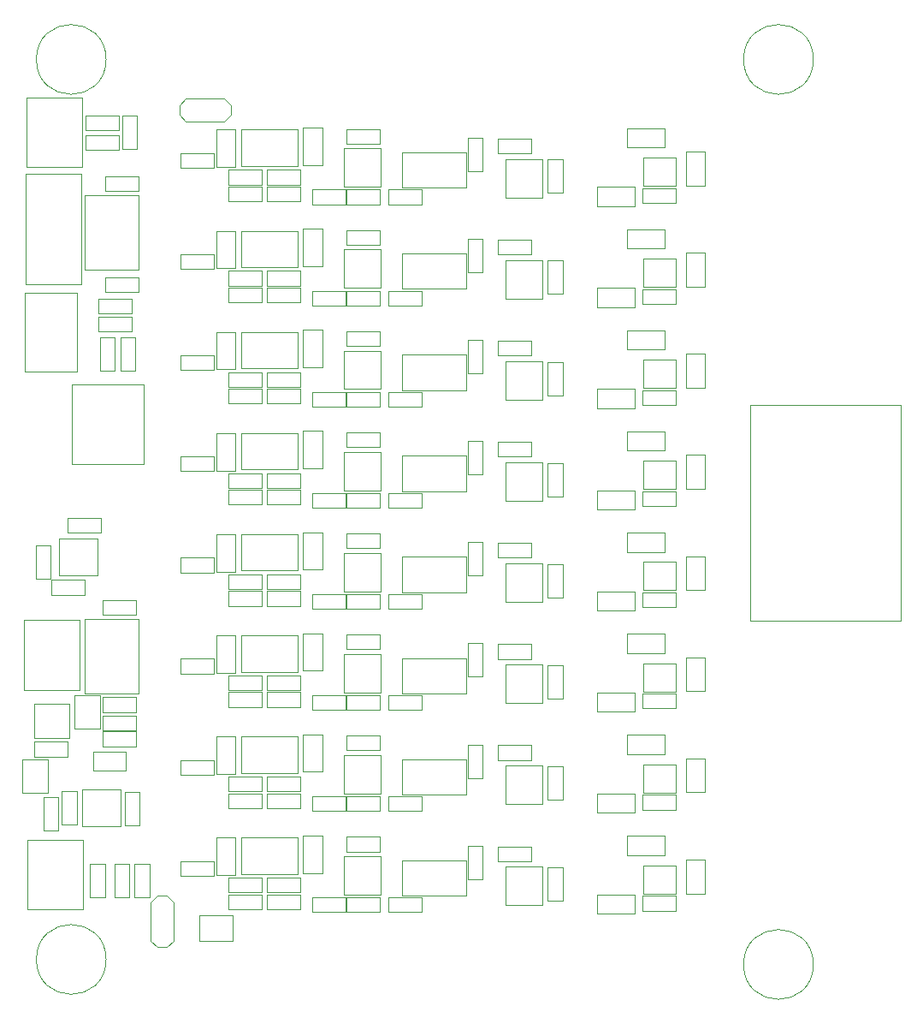
<source format=gbr>
G04 #@! TF.GenerationSoftware,KiCad,Pcbnew,(5.1.5-0)*
G04 #@! TF.CreationDate,2021-01-17T10:32:34-07:00*
G04 #@! TF.ProjectId,8ch_v5_nosma,3863685f-7635-45f6-9e6f-736d612e6b69,rev?*
G04 #@! TF.SameCoordinates,Original*
G04 #@! TF.FileFunction,Other,User*
%FSLAX46Y46*%
G04 Gerber Fmt 4.6, Leading zero omitted, Abs format (unit mm)*
G04 Created by KiCad (PCBNEW (5.1.5-0)) date 2021-01-17 10:32:34*
%MOMM*%
%LPD*%
G04 APERTURE LIST*
%ADD10C,0.050000*%
G04 APERTURE END LIST*
D10*
X160950000Y-127150000D02*
X157650000Y-127150000D01*
X160950000Y-127150000D02*
X160950000Y-124650000D01*
X157650000Y-124650000D02*
X157650000Y-127150000D01*
X157650000Y-124650000D02*
X160950000Y-124650000D01*
X140150000Y-112550000D02*
X140150000Y-109250000D01*
X140150000Y-112550000D02*
X142650000Y-112550000D01*
X142650000Y-109250000D02*
X140150000Y-109250000D01*
X142650000Y-109250000D02*
X142650000Y-112550000D01*
X145350000Y-106150000D02*
X145350000Y-102850000D01*
X145350000Y-106150000D02*
X147850000Y-106150000D01*
X147850000Y-102850000D02*
X145350000Y-102850000D01*
X147850000Y-102850000D02*
X147850000Y-106150000D01*
X151700000Y-102700000D02*
X151700000Y-95300000D01*
X146300000Y-102700000D02*
X151700000Y-102700000D01*
X146300000Y-95300000D02*
X146300000Y-102700000D01*
X151700000Y-95300000D02*
X146300000Y-95300000D01*
X145800000Y-102350000D02*
X145800000Y-95450000D01*
X140300000Y-102350000D02*
X145800000Y-102350000D01*
X140300000Y-95450000D02*
X140300000Y-102350000D01*
X145800000Y-95450000D02*
X140300000Y-95450000D01*
X150400000Y-110350000D02*
X150400000Y-108450000D01*
X150400000Y-108450000D02*
X147200000Y-108450000D01*
X147200000Y-110350000D02*
X147200000Y-108450000D01*
X150400000Y-110350000D02*
X147200000Y-110350000D01*
X140400000Y-63100000D02*
X140400000Y-70900000D01*
X145600000Y-63100000D02*
X140400000Y-63100000D01*
X145600000Y-70900000D02*
X145600000Y-63100000D01*
X140400000Y-70900000D02*
X145600000Y-70900000D01*
X153500000Y-122700000D02*
X152850000Y-123350000D01*
X154500000Y-122700000D02*
X153500000Y-122700000D01*
X155150000Y-123350000D02*
X154500000Y-122700000D01*
X155150000Y-127150000D02*
X155150000Y-123350000D01*
X154500000Y-127800000D02*
X155150000Y-127150000D01*
X153500000Y-127800000D02*
X154500000Y-127800000D01*
X152850000Y-127150000D02*
X153500000Y-127800000D01*
X152850000Y-123350000D02*
X152850000Y-127150000D01*
X155700000Y-45500000D02*
X156350000Y-46150000D01*
X155700000Y-44500000D02*
X155700000Y-45500000D01*
X156350000Y-43850000D02*
X155700000Y-44500000D01*
X160150000Y-43850000D02*
X156350000Y-43850000D01*
X160800000Y-44500000D02*
X160150000Y-43850000D01*
X160800000Y-45500000D02*
X160800000Y-44500000D01*
X160150000Y-46150000D02*
X160800000Y-45500000D01*
X156350000Y-46150000D02*
X160150000Y-46150000D01*
X227100000Y-74200000D02*
X212200000Y-74200000D01*
X227100000Y-95550000D02*
X227100000Y-74200000D01*
X212200000Y-95550000D02*
X227100000Y-95550000D01*
X212200000Y-74200000D02*
X212200000Y-95550000D01*
X218450000Y-129500000D02*
G75*
G03X218450000Y-129500000I-3450000J0D01*
G01*
X144650000Y-108930000D02*
X141350000Y-108930000D01*
X144650000Y-107470000D02*
X144650000Y-108930000D01*
X141350000Y-107470000D02*
X144650000Y-107470000D01*
X141350000Y-108930000D02*
X141350000Y-107470000D01*
X144800000Y-107100000D02*
X141300000Y-107100000D01*
X144800000Y-103700000D02*
X144800000Y-107100000D01*
X141300000Y-103700000D02*
X144800000Y-103700000D01*
X141300000Y-107100000D02*
X141300000Y-103700000D01*
X151450000Y-106330000D02*
X148150000Y-106330000D01*
X151450000Y-104870000D02*
X151450000Y-106330000D01*
X148150000Y-104870000D02*
X151450000Y-104870000D01*
X148150000Y-106330000D02*
X148150000Y-104870000D01*
X151450000Y-107930000D02*
X148150000Y-107930000D01*
X151450000Y-106470000D02*
X151450000Y-107930000D01*
X148150000Y-106470000D02*
X151450000Y-106470000D01*
X148150000Y-107930000D02*
X148150000Y-106470000D01*
X148150000Y-103070000D02*
X151450000Y-103070000D01*
X148150000Y-104530000D02*
X148150000Y-103070000D01*
X151450000Y-104530000D02*
X148150000Y-104530000D01*
X151450000Y-103070000D02*
X151450000Y-104530000D01*
X148150000Y-93470000D02*
X151450000Y-93470000D01*
X148150000Y-94930000D02*
X148150000Y-93470000D01*
X151450000Y-94930000D02*
X148150000Y-94930000D01*
X151450000Y-93470000D02*
X151450000Y-94930000D01*
X184080000Y-119200000D02*
X177720000Y-119200000D01*
X184080000Y-122700000D02*
X184080000Y-119200000D01*
X177720000Y-122700000D02*
X184080000Y-122700000D01*
X177720000Y-119200000D02*
X177720000Y-122700000D01*
X184080000Y-109200000D02*
X177720000Y-109200000D01*
X184080000Y-112700000D02*
X184080000Y-109200000D01*
X177720000Y-112700000D02*
X184080000Y-112700000D01*
X177720000Y-109200000D02*
X177720000Y-112700000D01*
X184080000Y-99200000D02*
X177720000Y-99200000D01*
X184080000Y-102700000D02*
X184080000Y-99200000D01*
X177720000Y-102700000D02*
X184080000Y-102700000D01*
X177720000Y-99200000D02*
X177720000Y-102700000D01*
X184080000Y-89200000D02*
X177720000Y-89200000D01*
X184080000Y-92700000D02*
X184080000Y-89200000D01*
X177720000Y-92700000D02*
X184080000Y-92700000D01*
X177720000Y-89200000D02*
X177720000Y-92700000D01*
X184080000Y-79200000D02*
X177720000Y-79200000D01*
X184080000Y-82700000D02*
X184080000Y-79200000D01*
X177720000Y-82700000D02*
X184080000Y-82700000D01*
X177720000Y-79200000D02*
X177720000Y-82700000D01*
X184080000Y-69200000D02*
X177720000Y-69200000D01*
X184080000Y-72700000D02*
X184080000Y-69200000D01*
X177720000Y-72700000D02*
X184080000Y-72700000D01*
X177720000Y-69200000D02*
X177720000Y-72700000D01*
X184080000Y-59200000D02*
X177720000Y-59200000D01*
X184080000Y-62700000D02*
X184080000Y-59200000D01*
X177720000Y-62700000D02*
X184080000Y-62700000D01*
X177720000Y-59200000D02*
X177720000Y-62700000D01*
X184080000Y-49200000D02*
X177720000Y-49200000D01*
X184080000Y-52700000D02*
X184080000Y-49200000D01*
X177720000Y-52700000D02*
X184080000Y-52700000D01*
X177720000Y-49200000D02*
X177720000Y-52700000D01*
X148330000Y-119550000D02*
X148330000Y-122850000D01*
X146870000Y-119550000D02*
X148330000Y-119550000D01*
X146870000Y-122850000D02*
X146870000Y-119550000D01*
X148330000Y-122850000D02*
X146870000Y-122850000D01*
X146050000Y-115820000D02*
X146050000Y-112220000D01*
X149850000Y-115820000D02*
X146050000Y-115820000D01*
X149850000Y-112220000D02*
X149850000Y-115820000D01*
X146050000Y-112220000D02*
X149850000Y-112220000D01*
X142270000Y-116250000D02*
X142270000Y-112950000D01*
X143730000Y-116250000D02*
X142270000Y-116250000D01*
X143730000Y-112950000D02*
X143730000Y-116250000D01*
X142270000Y-112950000D02*
X143730000Y-112950000D01*
X168850000Y-122870000D02*
X172150000Y-122870000D01*
X168850000Y-124330000D02*
X168850000Y-122870000D01*
X172150000Y-124330000D02*
X168850000Y-124330000D01*
X172150000Y-122870000D02*
X172150000Y-124330000D01*
X155850000Y-119270000D02*
X159150000Y-119270000D01*
X155850000Y-120730000D02*
X155850000Y-119270000D01*
X159150000Y-120730000D02*
X155850000Y-120730000D01*
X159150000Y-119270000D02*
X159150000Y-120730000D01*
X168850000Y-112870000D02*
X172150000Y-112870000D01*
X168850000Y-114330000D02*
X168850000Y-112870000D01*
X172150000Y-114330000D02*
X168850000Y-114330000D01*
X172150000Y-112870000D02*
X172150000Y-114330000D01*
X155850000Y-109270000D02*
X159150000Y-109270000D01*
X155850000Y-110730000D02*
X155850000Y-109270000D01*
X159150000Y-110730000D02*
X155850000Y-110730000D01*
X159150000Y-109270000D02*
X159150000Y-110730000D01*
X168850000Y-102870000D02*
X172150000Y-102870000D01*
X168850000Y-104330000D02*
X168850000Y-102870000D01*
X172150000Y-104330000D02*
X168850000Y-104330000D01*
X172150000Y-102870000D02*
X172150000Y-104330000D01*
X155850000Y-99270000D02*
X159150000Y-99270000D01*
X155850000Y-100730000D02*
X155850000Y-99270000D01*
X159150000Y-100730000D02*
X155850000Y-100730000D01*
X159150000Y-99270000D02*
X159150000Y-100730000D01*
X168850000Y-92870000D02*
X172150000Y-92870000D01*
X168850000Y-94330000D02*
X168850000Y-92870000D01*
X172150000Y-94330000D02*
X168850000Y-94330000D01*
X172150000Y-92870000D02*
X172150000Y-94330000D01*
X155850000Y-89270000D02*
X159150000Y-89270000D01*
X155850000Y-90730000D02*
X155850000Y-89270000D01*
X159150000Y-90730000D02*
X155850000Y-90730000D01*
X159150000Y-89270000D02*
X159150000Y-90730000D01*
X168850000Y-82870000D02*
X172150000Y-82870000D01*
X168850000Y-84330000D02*
X168850000Y-82870000D01*
X172150000Y-84330000D02*
X168850000Y-84330000D01*
X172150000Y-82870000D02*
X172150000Y-84330000D01*
X155850000Y-79270000D02*
X159150000Y-79270000D01*
X155850000Y-80730000D02*
X155850000Y-79270000D01*
X159150000Y-80730000D02*
X155850000Y-80730000D01*
X159150000Y-79270000D02*
X159150000Y-80730000D01*
X168850000Y-72870000D02*
X172150000Y-72870000D01*
X168850000Y-74330000D02*
X168850000Y-72870000D01*
X172150000Y-74330000D02*
X168850000Y-74330000D01*
X172150000Y-72870000D02*
X172150000Y-74330000D01*
X155850000Y-69270000D02*
X159150000Y-69270000D01*
X155850000Y-70730000D02*
X155850000Y-69270000D01*
X159150000Y-70730000D02*
X155850000Y-70730000D01*
X159150000Y-69270000D02*
X159150000Y-70730000D01*
X168850000Y-62870000D02*
X172150000Y-62870000D01*
X168850000Y-64330000D02*
X168850000Y-62870000D01*
X172150000Y-64330000D02*
X168850000Y-64330000D01*
X172150000Y-62870000D02*
X172150000Y-64330000D01*
X155850000Y-59270000D02*
X159150000Y-59270000D01*
X155850000Y-60730000D02*
X155850000Y-59270000D01*
X159150000Y-60730000D02*
X155850000Y-60730000D01*
X159150000Y-59270000D02*
X159150000Y-60730000D01*
X168850000Y-52870000D02*
X172150000Y-52870000D01*
X168850000Y-54330000D02*
X168850000Y-52870000D01*
X172150000Y-54330000D02*
X168850000Y-54330000D01*
X172150000Y-52870000D02*
X172150000Y-54330000D01*
X155850000Y-49270000D02*
X159150000Y-49270000D01*
X155850000Y-50730000D02*
X155850000Y-49270000D01*
X159150000Y-50730000D02*
X155850000Y-50730000D01*
X159150000Y-49270000D02*
X159150000Y-50730000D01*
X150270000Y-115750000D02*
X150270000Y-112450000D01*
X151730000Y-115750000D02*
X150270000Y-115750000D01*
X151730000Y-112450000D02*
X151730000Y-115750000D01*
X150270000Y-112450000D02*
X151730000Y-112450000D01*
X144070000Y-115650000D02*
X144070000Y-112350000D01*
X145530000Y-115650000D02*
X144070000Y-115650000D01*
X145530000Y-112350000D02*
X145530000Y-115650000D01*
X144070000Y-112350000D02*
X145530000Y-112350000D01*
X167400000Y-116950000D02*
X161800000Y-116950000D01*
X167400000Y-120550000D02*
X161800000Y-120550000D01*
X161800000Y-120550000D02*
X161800000Y-116950000D01*
X167400000Y-120550000D02*
X167400000Y-116950000D01*
X175600000Y-122600000D02*
X172000000Y-122600000D01*
X175600000Y-118800000D02*
X175600000Y-122600000D01*
X172000000Y-118800000D02*
X175600000Y-118800000D01*
X172000000Y-122600000D02*
X172000000Y-118800000D01*
X167400000Y-106950000D02*
X161800000Y-106950000D01*
X167400000Y-110550000D02*
X161800000Y-110550000D01*
X161800000Y-110550000D02*
X161800000Y-106950000D01*
X167400000Y-110550000D02*
X167400000Y-106950000D01*
X175600000Y-112600000D02*
X172000000Y-112600000D01*
X175600000Y-108800000D02*
X175600000Y-112600000D01*
X172000000Y-108800000D02*
X175600000Y-108800000D01*
X172000000Y-112600000D02*
X172000000Y-108800000D01*
X167400000Y-96950000D02*
X161800000Y-96950000D01*
X167400000Y-100550000D02*
X161800000Y-100550000D01*
X161800000Y-100550000D02*
X161800000Y-96950000D01*
X167400000Y-100550000D02*
X167400000Y-96950000D01*
X175600000Y-102600000D02*
X172000000Y-102600000D01*
X175600000Y-98800000D02*
X175600000Y-102600000D01*
X172000000Y-98800000D02*
X175600000Y-98800000D01*
X172000000Y-102600000D02*
X172000000Y-98800000D01*
X167400000Y-86950000D02*
X161800000Y-86950000D01*
X167400000Y-90550000D02*
X161800000Y-90550000D01*
X161800000Y-90550000D02*
X161800000Y-86950000D01*
X167400000Y-90550000D02*
X167400000Y-86950000D01*
X175600000Y-92600000D02*
X172000000Y-92600000D01*
X175600000Y-88800000D02*
X175600000Y-92600000D01*
X172000000Y-88800000D02*
X175600000Y-88800000D01*
X172000000Y-92600000D02*
X172000000Y-88800000D01*
X167400000Y-76950000D02*
X161800000Y-76950000D01*
X167400000Y-80550000D02*
X161800000Y-80550000D01*
X161800000Y-80550000D02*
X161800000Y-76950000D01*
X167400000Y-80550000D02*
X167400000Y-76950000D01*
X175600000Y-82600000D02*
X172000000Y-82600000D01*
X175600000Y-78800000D02*
X175600000Y-82600000D01*
X172000000Y-78800000D02*
X175600000Y-78800000D01*
X172000000Y-82600000D02*
X172000000Y-78800000D01*
X167400000Y-66950000D02*
X161800000Y-66950000D01*
X167400000Y-70550000D02*
X161800000Y-70550000D01*
X161800000Y-70550000D02*
X161800000Y-66950000D01*
X167400000Y-70550000D02*
X167400000Y-66950000D01*
X175600000Y-72600000D02*
X172000000Y-72600000D01*
X175600000Y-68800000D02*
X175600000Y-72600000D01*
X172000000Y-68800000D02*
X175600000Y-68800000D01*
X172000000Y-72600000D02*
X172000000Y-68800000D01*
X167400000Y-56950000D02*
X161800000Y-56950000D01*
X167400000Y-60550000D02*
X161800000Y-60550000D01*
X161800000Y-60550000D02*
X161800000Y-56950000D01*
X167400000Y-60550000D02*
X167400000Y-56950000D01*
X175600000Y-62600000D02*
X172000000Y-62600000D01*
X175600000Y-58800000D02*
X175600000Y-62600000D01*
X172000000Y-58800000D02*
X175600000Y-58800000D01*
X172000000Y-62600000D02*
X172000000Y-58800000D01*
X167400000Y-46950000D02*
X161800000Y-46950000D01*
X167400000Y-50550000D02*
X161800000Y-50550000D01*
X161800000Y-50550000D02*
X161800000Y-46950000D01*
X167400000Y-50550000D02*
X167400000Y-46950000D01*
X175600000Y-52600000D02*
X172000000Y-52600000D01*
X175600000Y-48800000D02*
X175600000Y-52600000D01*
X172000000Y-48800000D02*
X175600000Y-48800000D01*
X172000000Y-52600000D02*
X172000000Y-48800000D01*
X167650000Y-124030000D02*
X164350000Y-124030000D01*
X167650000Y-122570000D02*
X167650000Y-124030000D01*
X164350000Y-122570000D02*
X167650000Y-122570000D01*
X164350000Y-124030000D02*
X164350000Y-122570000D01*
X163850000Y-124030000D02*
X160550000Y-124030000D01*
X163850000Y-122570000D02*
X163850000Y-124030000D01*
X160550000Y-122570000D02*
X163850000Y-122570000D01*
X160550000Y-124030000D02*
X160550000Y-122570000D01*
X167650000Y-114030000D02*
X164350000Y-114030000D01*
X167650000Y-112570000D02*
X167650000Y-114030000D01*
X164350000Y-112570000D02*
X167650000Y-112570000D01*
X164350000Y-114030000D02*
X164350000Y-112570000D01*
X163850000Y-114030000D02*
X160550000Y-114030000D01*
X163850000Y-112570000D02*
X163850000Y-114030000D01*
X160550000Y-112570000D02*
X163850000Y-112570000D01*
X160550000Y-114030000D02*
X160550000Y-112570000D01*
X167650000Y-104030000D02*
X164350000Y-104030000D01*
X167650000Y-102570000D02*
X167650000Y-104030000D01*
X164350000Y-102570000D02*
X167650000Y-102570000D01*
X164350000Y-104030000D02*
X164350000Y-102570000D01*
X163850000Y-104030000D02*
X160550000Y-104030000D01*
X163850000Y-102570000D02*
X163850000Y-104030000D01*
X160550000Y-102570000D02*
X163850000Y-102570000D01*
X160550000Y-104030000D02*
X160550000Y-102570000D01*
X167650000Y-94030000D02*
X164350000Y-94030000D01*
X167650000Y-92570000D02*
X167650000Y-94030000D01*
X164350000Y-92570000D02*
X167650000Y-92570000D01*
X164350000Y-94030000D02*
X164350000Y-92570000D01*
X163850000Y-94030000D02*
X160550000Y-94030000D01*
X163850000Y-92570000D02*
X163850000Y-94030000D01*
X160550000Y-92570000D02*
X163850000Y-92570000D01*
X160550000Y-94030000D02*
X160550000Y-92570000D01*
X167650000Y-84030000D02*
X164350000Y-84030000D01*
X167650000Y-82570000D02*
X167650000Y-84030000D01*
X164350000Y-82570000D02*
X167650000Y-82570000D01*
X164350000Y-84030000D02*
X164350000Y-82570000D01*
X163850000Y-84030000D02*
X160550000Y-84030000D01*
X163850000Y-82570000D02*
X163850000Y-84030000D01*
X160550000Y-82570000D02*
X163850000Y-82570000D01*
X160550000Y-84030000D02*
X160550000Y-82570000D01*
X167650000Y-74030000D02*
X164350000Y-74030000D01*
X167650000Y-72570000D02*
X167650000Y-74030000D01*
X164350000Y-72570000D02*
X167650000Y-72570000D01*
X164350000Y-74030000D02*
X164350000Y-72570000D01*
X163850000Y-74030000D02*
X160550000Y-74030000D01*
X163850000Y-72570000D02*
X163850000Y-74030000D01*
X160550000Y-72570000D02*
X163850000Y-72570000D01*
X160550000Y-74030000D02*
X160550000Y-72570000D01*
X167650000Y-64030000D02*
X164350000Y-64030000D01*
X167650000Y-62570000D02*
X167650000Y-64030000D01*
X164350000Y-62570000D02*
X167650000Y-62570000D01*
X164350000Y-64030000D02*
X164350000Y-62570000D01*
X163850000Y-64030000D02*
X160550000Y-64030000D01*
X163850000Y-62570000D02*
X163850000Y-64030000D01*
X160550000Y-62570000D02*
X163850000Y-62570000D01*
X160550000Y-64030000D02*
X160550000Y-62570000D01*
X167650000Y-54030000D02*
X164350000Y-54030000D01*
X167650000Y-52570000D02*
X167650000Y-54030000D01*
X164350000Y-52570000D02*
X167650000Y-52570000D01*
X164350000Y-54030000D02*
X164350000Y-52570000D01*
X163850000Y-54030000D02*
X160550000Y-54030000D01*
X163850000Y-52570000D02*
X163850000Y-54030000D01*
X160550000Y-52570000D02*
X163850000Y-52570000D01*
X160550000Y-54030000D02*
X160550000Y-52570000D01*
X169850000Y-116750000D02*
X169850000Y-120450000D01*
X167950000Y-116750000D02*
X169850000Y-116750000D01*
X167950000Y-120450000D02*
X167950000Y-116750000D01*
X169850000Y-120450000D02*
X167950000Y-120450000D01*
X167650000Y-122380000D02*
X164350000Y-122380000D01*
X167650000Y-120920000D02*
X167650000Y-122380000D01*
X164350000Y-120920000D02*
X167650000Y-120920000D01*
X164350000Y-122380000D02*
X164350000Y-120920000D01*
X175550000Y-118330000D02*
X172250000Y-118330000D01*
X175550000Y-116870000D02*
X175550000Y-118330000D01*
X172250000Y-116870000D02*
X175550000Y-116870000D01*
X172250000Y-118330000D02*
X172250000Y-116870000D01*
X163850000Y-122380000D02*
X160550000Y-122380000D01*
X163850000Y-120920000D02*
X163850000Y-122380000D01*
X160550000Y-120920000D02*
X163850000Y-120920000D01*
X160550000Y-122380000D02*
X160550000Y-120920000D01*
X175550000Y-124330000D02*
X172250000Y-124330000D01*
X175550000Y-122870000D02*
X175550000Y-124330000D01*
X172250000Y-122870000D02*
X175550000Y-122870000D01*
X172250000Y-124330000D02*
X172250000Y-122870000D01*
X161250000Y-116950000D02*
X161250000Y-120650000D01*
X159350000Y-116950000D02*
X161250000Y-116950000D01*
X159350000Y-120650000D02*
X159350000Y-116950000D01*
X161250000Y-120650000D02*
X159350000Y-120650000D01*
X169850000Y-106750000D02*
X169850000Y-110450000D01*
X167950000Y-106750000D02*
X169850000Y-106750000D01*
X167950000Y-110450000D02*
X167950000Y-106750000D01*
X169850000Y-110450000D02*
X167950000Y-110450000D01*
X167650000Y-112380000D02*
X164350000Y-112380000D01*
X167650000Y-110920000D02*
X167650000Y-112380000D01*
X164350000Y-110920000D02*
X167650000Y-110920000D01*
X164350000Y-112380000D02*
X164350000Y-110920000D01*
X175550000Y-108330000D02*
X172250000Y-108330000D01*
X175550000Y-106870000D02*
X175550000Y-108330000D01*
X172250000Y-106870000D02*
X175550000Y-106870000D01*
X172250000Y-108330000D02*
X172250000Y-106870000D01*
X163850000Y-112380000D02*
X160550000Y-112380000D01*
X163850000Y-110920000D02*
X163850000Y-112380000D01*
X160550000Y-110920000D02*
X163850000Y-110920000D01*
X160550000Y-112380000D02*
X160550000Y-110920000D01*
X175550000Y-114330000D02*
X172250000Y-114330000D01*
X175550000Y-112870000D02*
X175550000Y-114330000D01*
X172250000Y-112870000D02*
X175550000Y-112870000D01*
X172250000Y-114330000D02*
X172250000Y-112870000D01*
X161250000Y-106950000D02*
X161250000Y-110650000D01*
X159350000Y-106950000D02*
X161250000Y-106950000D01*
X159350000Y-110650000D02*
X159350000Y-106950000D01*
X161250000Y-110650000D02*
X159350000Y-110650000D01*
X169850000Y-96750000D02*
X169850000Y-100450000D01*
X167950000Y-96750000D02*
X169850000Y-96750000D01*
X167950000Y-100450000D02*
X167950000Y-96750000D01*
X169850000Y-100450000D02*
X167950000Y-100450000D01*
X167650000Y-102380000D02*
X164350000Y-102380000D01*
X167650000Y-100920000D02*
X167650000Y-102380000D01*
X164350000Y-100920000D02*
X167650000Y-100920000D01*
X164350000Y-102380000D02*
X164350000Y-100920000D01*
X175550000Y-98330000D02*
X172250000Y-98330000D01*
X175550000Y-96870000D02*
X175550000Y-98330000D01*
X172250000Y-96870000D02*
X175550000Y-96870000D01*
X172250000Y-98330000D02*
X172250000Y-96870000D01*
X163850000Y-102380000D02*
X160550000Y-102380000D01*
X163850000Y-100920000D02*
X163850000Y-102380000D01*
X160550000Y-100920000D02*
X163850000Y-100920000D01*
X160550000Y-102380000D02*
X160550000Y-100920000D01*
X175550000Y-104330000D02*
X172250000Y-104330000D01*
X175550000Y-102870000D02*
X175550000Y-104330000D01*
X172250000Y-102870000D02*
X175550000Y-102870000D01*
X172250000Y-104330000D02*
X172250000Y-102870000D01*
X161250000Y-96950000D02*
X161250000Y-100650000D01*
X159350000Y-96950000D02*
X161250000Y-96950000D01*
X159350000Y-100650000D02*
X159350000Y-96950000D01*
X161250000Y-100650000D02*
X159350000Y-100650000D01*
X169850000Y-86750000D02*
X169850000Y-90450000D01*
X167950000Y-86750000D02*
X169850000Y-86750000D01*
X167950000Y-90450000D02*
X167950000Y-86750000D01*
X169850000Y-90450000D02*
X167950000Y-90450000D01*
X167650000Y-92380000D02*
X164350000Y-92380000D01*
X167650000Y-90920000D02*
X167650000Y-92380000D01*
X164350000Y-90920000D02*
X167650000Y-90920000D01*
X164350000Y-92380000D02*
X164350000Y-90920000D01*
X175550000Y-88330000D02*
X172250000Y-88330000D01*
X175550000Y-86870000D02*
X175550000Y-88330000D01*
X172250000Y-86870000D02*
X175550000Y-86870000D01*
X172250000Y-88330000D02*
X172250000Y-86870000D01*
X163850000Y-92380000D02*
X160550000Y-92380000D01*
X163850000Y-90920000D02*
X163850000Y-92380000D01*
X160550000Y-90920000D02*
X163850000Y-90920000D01*
X160550000Y-92380000D02*
X160550000Y-90920000D01*
X175550000Y-94330000D02*
X172250000Y-94330000D01*
X175550000Y-92870000D02*
X175550000Y-94330000D01*
X172250000Y-92870000D02*
X175550000Y-92870000D01*
X172250000Y-94330000D02*
X172250000Y-92870000D01*
X161250000Y-86950000D02*
X161250000Y-90650000D01*
X159350000Y-86950000D02*
X161250000Y-86950000D01*
X159350000Y-90650000D02*
X159350000Y-86950000D01*
X161250000Y-90650000D02*
X159350000Y-90650000D01*
X169850000Y-76750000D02*
X169850000Y-80450000D01*
X167950000Y-76750000D02*
X169850000Y-76750000D01*
X167950000Y-80450000D02*
X167950000Y-76750000D01*
X169850000Y-80450000D02*
X167950000Y-80450000D01*
X167650000Y-82380000D02*
X164350000Y-82380000D01*
X167650000Y-80920000D02*
X167650000Y-82380000D01*
X164350000Y-80920000D02*
X167650000Y-80920000D01*
X164350000Y-82380000D02*
X164350000Y-80920000D01*
X175550000Y-78330000D02*
X172250000Y-78330000D01*
X175550000Y-76870000D02*
X175550000Y-78330000D01*
X172250000Y-76870000D02*
X175550000Y-76870000D01*
X172250000Y-78330000D02*
X172250000Y-76870000D01*
X163850000Y-82380000D02*
X160550000Y-82380000D01*
X163850000Y-80920000D02*
X163850000Y-82380000D01*
X160550000Y-80920000D02*
X163850000Y-80920000D01*
X160550000Y-82380000D02*
X160550000Y-80920000D01*
X175550000Y-84330000D02*
X172250000Y-84330000D01*
X175550000Y-82870000D02*
X175550000Y-84330000D01*
X172250000Y-82870000D02*
X175550000Y-82870000D01*
X172250000Y-84330000D02*
X172250000Y-82870000D01*
X161250000Y-76950000D02*
X161250000Y-80650000D01*
X159350000Y-76950000D02*
X161250000Y-76950000D01*
X159350000Y-80650000D02*
X159350000Y-76950000D01*
X161250000Y-80650000D02*
X159350000Y-80650000D01*
X169850000Y-66750000D02*
X169850000Y-70450000D01*
X167950000Y-66750000D02*
X169850000Y-66750000D01*
X167950000Y-70450000D02*
X167950000Y-66750000D01*
X169850000Y-70450000D02*
X167950000Y-70450000D01*
X167650000Y-72380000D02*
X164350000Y-72380000D01*
X167650000Y-70920000D02*
X167650000Y-72380000D01*
X164350000Y-70920000D02*
X167650000Y-70920000D01*
X164350000Y-72380000D02*
X164350000Y-70920000D01*
X175550000Y-68330000D02*
X172250000Y-68330000D01*
X175550000Y-66870000D02*
X175550000Y-68330000D01*
X172250000Y-66870000D02*
X175550000Y-66870000D01*
X172250000Y-68330000D02*
X172250000Y-66870000D01*
X163850000Y-72380000D02*
X160550000Y-72380000D01*
X163850000Y-70920000D02*
X163850000Y-72380000D01*
X160550000Y-70920000D02*
X163850000Y-70920000D01*
X160550000Y-72380000D02*
X160550000Y-70920000D01*
X175550000Y-74330000D02*
X172250000Y-74330000D01*
X175550000Y-72870000D02*
X175550000Y-74330000D01*
X172250000Y-72870000D02*
X175550000Y-72870000D01*
X172250000Y-74330000D02*
X172250000Y-72870000D01*
X161250000Y-66950000D02*
X161250000Y-70650000D01*
X159350000Y-66950000D02*
X161250000Y-66950000D01*
X159350000Y-70650000D02*
X159350000Y-66950000D01*
X161250000Y-70650000D02*
X159350000Y-70650000D01*
X169850000Y-56750000D02*
X169850000Y-60450000D01*
X167950000Y-56750000D02*
X169850000Y-56750000D01*
X167950000Y-60450000D02*
X167950000Y-56750000D01*
X169850000Y-60450000D02*
X167950000Y-60450000D01*
X167650000Y-62380000D02*
X164350000Y-62380000D01*
X167650000Y-60920000D02*
X167650000Y-62380000D01*
X164350000Y-60920000D02*
X167650000Y-60920000D01*
X164350000Y-62380000D02*
X164350000Y-60920000D01*
X175550000Y-58330000D02*
X172250000Y-58330000D01*
X175550000Y-56870000D02*
X175550000Y-58330000D01*
X172250000Y-56870000D02*
X175550000Y-56870000D01*
X172250000Y-58330000D02*
X172250000Y-56870000D01*
X163850000Y-62380000D02*
X160550000Y-62380000D01*
X163850000Y-60920000D02*
X163850000Y-62380000D01*
X160550000Y-60920000D02*
X163850000Y-60920000D01*
X160550000Y-62380000D02*
X160550000Y-60920000D01*
X175550000Y-64330000D02*
X172250000Y-64330000D01*
X175550000Y-62870000D02*
X175550000Y-64330000D01*
X172250000Y-62870000D02*
X175550000Y-62870000D01*
X172250000Y-64330000D02*
X172250000Y-62870000D01*
X161250000Y-56950000D02*
X161250000Y-60650000D01*
X159350000Y-56950000D02*
X161250000Y-56950000D01*
X159350000Y-60650000D02*
X159350000Y-56950000D01*
X161250000Y-60650000D02*
X159350000Y-60650000D01*
X169850000Y-46750000D02*
X169850000Y-50450000D01*
X167950000Y-46750000D02*
X169850000Y-46750000D01*
X167950000Y-50450000D02*
X167950000Y-46750000D01*
X169850000Y-50450000D02*
X167950000Y-50450000D01*
X167650000Y-52380000D02*
X164350000Y-52380000D01*
X167650000Y-50920000D02*
X167650000Y-52380000D01*
X164350000Y-50920000D02*
X167650000Y-50920000D01*
X164350000Y-52380000D02*
X164350000Y-50920000D01*
X175550000Y-48330000D02*
X172250000Y-48330000D01*
X175550000Y-46870000D02*
X175550000Y-48330000D01*
X172250000Y-46870000D02*
X175550000Y-46870000D01*
X172250000Y-48330000D02*
X172250000Y-46870000D01*
X163850000Y-52380000D02*
X160550000Y-52380000D01*
X163850000Y-50920000D02*
X163850000Y-52380000D01*
X160550000Y-50920000D02*
X163850000Y-50920000D01*
X160550000Y-52380000D02*
X160550000Y-50920000D01*
X175550000Y-54330000D02*
X172250000Y-54330000D01*
X175550000Y-52870000D02*
X175550000Y-54330000D01*
X172250000Y-52870000D02*
X175550000Y-52870000D01*
X172250000Y-54330000D02*
X172250000Y-52870000D01*
X161250000Y-46950000D02*
X161250000Y-50650000D01*
X159350000Y-46950000D02*
X161250000Y-46950000D01*
X159350000Y-50650000D02*
X159350000Y-46950000D01*
X161250000Y-50650000D02*
X159350000Y-50650000D01*
X151270000Y-122850000D02*
X151270000Y-119550000D01*
X152730000Y-122850000D02*
X151270000Y-122850000D01*
X152730000Y-119550000D02*
X152730000Y-122850000D01*
X151270000Y-119550000D02*
X152730000Y-119550000D01*
X146450000Y-47470000D02*
X149750000Y-47470000D01*
X146450000Y-48930000D02*
X146450000Y-47470000D01*
X149750000Y-48930000D02*
X146450000Y-48930000D01*
X149750000Y-47470000D02*
X149750000Y-48930000D01*
X140600000Y-43750000D02*
X140600000Y-50650000D01*
X146100000Y-43750000D02*
X140600000Y-43750000D01*
X146100000Y-50650000D02*
X146100000Y-43750000D01*
X140600000Y-50650000D02*
X146100000Y-50650000D01*
X146200000Y-124050000D02*
X146200000Y-117150000D01*
X140700000Y-124050000D02*
X146200000Y-124050000D01*
X140700000Y-117150000D02*
X140700000Y-124050000D01*
X146200000Y-117150000D02*
X140700000Y-117150000D01*
X146450000Y-45570000D02*
X149750000Y-45570000D01*
X146450000Y-47030000D02*
X146450000Y-45570000D01*
X149750000Y-47030000D02*
X146450000Y-47030000D01*
X149750000Y-45570000D02*
X149750000Y-47030000D01*
X150730000Y-119550000D02*
X150730000Y-122850000D01*
X149270000Y-119550000D02*
X150730000Y-119550000D01*
X149270000Y-122850000D02*
X149270000Y-119550000D01*
X150730000Y-122850000D02*
X149270000Y-122850000D01*
X150070000Y-48850000D02*
X150070000Y-45550000D01*
X151530000Y-48850000D02*
X150070000Y-48850000D01*
X151530000Y-45550000D02*
X151530000Y-48850000D01*
X150070000Y-45550000D02*
X151530000Y-45550000D01*
X143820000Y-91020000D02*
X143820000Y-87420000D01*
X147620000Y-91020000D02*
X143820000Y-91020000D01*
X147620000Y-87420000D02*
X147620000Y-91020000D01*
X143820000Y-87420000D02*
X147620000Y-87420000D01*
X146000000Y-62250000D02*
X146000000Y-51350000D01*
X140500000Y-62250000D02*
X146000000Y-62250000D01*
X140500000Y-51350000D02*
X140500000Y-62250000D01*
X146000000Y-51350000D02*
X140500000Y-51350000D01*
X147650000Y-63670000D02*
X150950000Y-63670000D01*
X147650000Y-65130000D02*
X147650000Y-63670000D01*
X150950000Y-65130000D02*
X147650000Y-65130000D01*
X150950000Y-63670000D02*
X150950000Y-65130000D01*
X147650000Y-65470000D02*
X150950000Y-65470000D01*
X147650000Y-66930000D02*
X147650000Y-65470000D01*
X150950000Y-66930000D02*
X147650000Y-66930000D01*
X150950000Y-65470000D02*
X150950000Y-66930000D01*
X151700000Y-60800000D02*
X151700000Y-53400000D01*
X146300000Y-60800000D02*
X151700000Y-60800000D01*
X146300000Y-53400000D02*
X146300000Y-60800000D01*
X151700000Y-53400000D02*
X146300000Y-53400000D01*
X145050000Y-72150000D02*
X145050000Y-80050000D01*
X152150000Y-72150000D02*
X152150000Y-80050000D01*
X152150000Y-80050000D02*
X145050000Y-80050000D01*
X152150000Y-72150000D02*
X145050000Y-72150000D01*
X148350000Y-61570000D02*
X151650000Y-61570000D01*
X148350000Y-63030000D02*
X148350000Y-61570000D01*
X151650000Y-63030000D02*
X148350000Y-63030000D01*
X151650000Y-61570000D02*
X151650000Y-63030000D01*
X148350000Y-51570000D02*
X151650000Y-51570000D01*
X148350000Y-53030000D02*
X148350000Y-51570000D01*
X151650000Y-53030000D02*
X148350000Y-53030000D01*
X151650000Y-51570000D02*
X151650000Y-53030000D01*
X147870000Y-70750000D02*
X147870000Y-67450000D01*
X149330000Y-70750000D02*
X147870000Y-70750000D01*
X149330000Y-67450000D02*
X149330000Y-70750000D01*
X147870000Y-67450000D02*
X149330000Y-67450000D01*
X149870000Y-70750000D02*
X149870000Y-67450000D01*
X151330000Y-70750000D02*
X149870000Y-70750000D01*
X151330000Y-67450000D02*
X151330000Y-70750000D01*
X149870000Y-67450000D02*
X151330000Y-67450000D01*
X207750000Y-119120000D02*
X207750000Y-122480000D01*
X205850000Y-119120000D02*
X207750000Y-119120000D01*
X205850000Y-122480000D02*
X205850000Y-119120000D01*
X207750000Y-122480000D02*
X205850000Y-122480000D01*
X204850000Y-124180000D02*
X201550000Y-124180000D01*
X204850000Y-122720000D02*
X204850000Y-124180000D01*
X201550000Y-122720000D02*
X204850000Y-122720000D01*
X201550000Y-124180000D02*
X201550000Y-122720000D01*
X207750000Y-109120000D02*
X207750000Y-112480000D01*
X205850000Y-109120000D02*
X207750000Y-109120000D01*
X205850000Y-112480000D02*
X205850000Y-109120000D01*
X207750000Y-112480000D02*
X205850000Y-112480000D01*
X204850000Y-114180000D02*
X201550000Y-114180000D01*
X204850000Y-112720000D02*
X204850000Y-114180000D01*
X201550000Y-112720000D02*
X204850000Y-112720000D01*
X201550000Y-114180000D02*
X201550000Y-112720000D01*
X207750000Y-99120000D02*
X207750000Y-102480000D01*
X205850000Y-99120000D02*
X207750000Y-99120000D01*
X205850000Y-102480000D02*
X205850000Y-99120000D01*
X207750000Y-102480000D02*
X205850000Y-102480000D01*
X204850000Y-104180000D02*
X201550000Y-104180000D01*
X204850000Y-102720000D02*
X204850000Y-104180000D01*
X201550000Y-102720000D02*
X204850000Y-102720000D01*
X201550000Y-104180000D02*
X201550000Y-102720000D01*
X207750000Y-89120000D02*
X207750000Y-92480000D01*
X205850000Y-89120000D02*
X207750000Y-89120000D01*
X205850000Y-92480000D02*
X205850000Y-89120000D01*
X207750000Y-92480000D02*
X205850000Y-92480000D01*
X204850000Y-94180000D02*
X201550000Y-94180000D01*
X204850000Y-92720000D02*
X204850000Y-94180000D01*
X201550000Y-92720000D02*
X204850000Y-92720000D01*
X201550000Y-94180000D02*
X201550000Y-92720000D01*
X207750000Y-79120000D02*
X207750000Y-82480000D01*
X205850000Y-79120000D02*
X207750000Y-79120000D01*
X205850000Y-82480000D02*
X205850000Y-79120000D01*
X207750000Y-82480000D02*
X205850000Y-82480000D01*
X204850000Y-84180000D02*
X201550000Y-84180000D01*
X204850000Y-82720000D02*
X204850000Y-84180000D01*
X201550000Y-82720000D02*
X204850000Y-82720000D01*
X201550000Y-84180000D02*
X201550000Y-82720000D01*
X207750000Y-69120000D02*
X207750000Y-72480000D01*
X205850000Y-69120000D02*
X207750000Y-69120000D01*
X205850000Y-72480000D02*
X205850000Y-69120000D01*
X207750000Y-72480000D02*
X205850000Y-72480000D01*
X204850000Y-74180000D02*
X201550000Y-74180000D01*
X204850000Y-72720000D02*
X204850000Y-74180000D01*
X201550000Y-72720000D02*
X204850000Y-72720000D01*
X201550000Y-74180000D02*
X201550000Y-72720000D01*
X207750000Y-59120000D02*
X207750000Y-62480000D01*
X205850000Y-59120000D02*
X207750000Y-59120000D01*
X205850000Y-62480000D02*
X205850000Y-59120000D01*
X207750000Y-62480000D02*
X205850000Y-62480000D01*
X204850000Y-64180000D02*
X201550000Y-64180000D01*
X204850000Y-62720000D02*
X204850000Y-64180000D01*
X201550000Y-62720000D02*
X204850000Y-62720000D01*
X201550000Y-64180000D02*
X201550000Y-62720000D01*
X201600000Y-122500000D02*
X204800000Y-122500000D01*
X201600000Y-119700000D02*
X204800000Y-119700000D01*
X201600000Y-119700000D02*
X201600000Y-122500000D01*
X204800000Y-122500000D02*
X204800000Y-119700000D01*
X201600000Y-112500000D02*
X204800000Y-112500000D01*
X201600000Y-109700000D02*
X204800000Y-109700000D01*
X201600000Y-109700000D02*
X201600000Y-112500000D01*
X204800000Y-112500000D02*
X204800000Y-109700000D01*
X201600000Y-102500000D02*
X204800000Y-102500000D01*
X201600000Y-99700000D02*
X204800000Y-99700000D01*
X201600000Y-99700000D02*
X201600000Y-102500000D01*
X204800000Y-102500000D02*
X204800000Y-99700000D01*
X201600000Y-92500000D02*
X204800000Y-92500000D01*
X201600000Y-89700000D02*
X204800000Y-89700000D01*
X201600000Y-89700000D02*
X201600000Y-92500000D01*
X204800000Y-92500000D02*
X204800000Y-89700000D01*
X201600000Y-82500000D02*
X204800000Y-82500000D01*
X201600000Y-79700000D02*
X204800000Y-79700000D01*
X201600000Y-79700000D02*
X201600000Y-82500000D01*
X204800000Y-82500000D02*
X204800000Y-79700000D01*
X201600000Y-72500000D02*
X204800000Y-72500000D01*
X201600000Y-69700000D02*
X204800000Y-69700000D01*
X201600000Y-69700000D02*
X201600000Y-72500000D01*
X204800000Y-72500000D02*
X204800000Y-69700000D01*
X201600000Y-62500000D02*
X204800000Y-62500000D01*
X201600000Y-59700000D02*
X204800000Y-59700000D01*
X201600000Y-59700000D02*
X201600000Y-62500000D01*
X204800000Y-62500000D02*
X204800000Y-59700000D01*
X200750000Y-124500000D02*
X197050000Y-124500000D01*
X200750000Y-122600000D02*
X200750000Y-124500000D01*
X197050000Y-122600000D02*
X200750000Y-122600000D01*
X197050000Y-124500000D02*
X197050000Y-122600000D01*
X203750000Y-118700000D02*
X200050000Y-118700000D01*
X203750000Y-116800000D02*
X203750000Y-118700000D01*
X200050000Y-116800000D02*
X203750000Y-116800000D01*
X200050000Y-118700000D02*
X200050000Y-116800000D01*
X200750000Y-114500000D02*
X197050000Y-114500000D01*
X200750000Y-112600000D02*
X200750000Y-114500000D01*
X197050000Y-112600000D02*
X200750000Y-112600000D01*
X197050000Y-114500000D02*
X197050000Y-112600000D01*
X203750000Y-108700000D02*
X200050000Y-108700000D01*
X203750000Y-106800000D02*
X203750000Y-108700000D01*
X200050000Y-106800000D02*
X203750000Y-106800000D01*
X200050000Y-108700000D02*
X200050000Y-106800000D01*
X200750000Y-104500000D02*
X197050000Y-104500000D01*
X200750000Y-102600000D02*
X200750000Y-104500000D01*
X197050000Y-102600000D02*
X200750000Y-102600000D01*
X197050000Y-104500000D02*
X197050000Y-102600000D01*
X203750000Y-98700000D02*
X200050000Y-98700000D01*
X203750000Y-96800000D02*
X203750000Y-98700000D01*
X200050000Y-96800000D02*
X203750000Y-96800000D01*
X200050000Y-98700000D02*
X200050000Y-96800000D01*
X200750000Y-94500000D02*
X197050000Y-94500000D01*
X200750000Y-92600000D02*
X200750000Y-94500000D01*
X197050000Y-92600000D02*
X200750000Y-92600000D01*
X197050000Y-94500000D02*
X197050000Y-92600000D01*
X203750000Y-88700000D02*
X200050000Y-88700000D01*
X203750000Y-86800000D02*
X203750000Y-88700000D01*
X200050000Y-86800000D02*
X203750000Y-86800000D01*
X200050000Y-88700000D02*
X200050000Y-86800000D01*
X200750000Y-84500000D02*
X197050000Y-84500000D01*
X200750000Y-82600000D02*
X200750000Y-84500000D01*
X197050000Y-82600000D02*
X200750000Y-82600000D01*
X197050000Y-84500000D02*
X197050000Y-82600000D01*
X203750000Y-78700000D02*
X200050000Y-78700000D01*
X203750000Y-76800000D02*
X203750000Y-78700000D01*
X200050000Y-76800000D02*
X203750000Y-76800000D01*
X200050000Y-78700000D02*
X200050000Y-76800000D01*
X200750000Y-74500000D02*
X197050000Y-74500000D01*
X200750000Y-72600000D02*
X200750000Y-74500000D01*
X197050000Y-72600000D02*
X200750000Y-72600000D01*
X197050000Y-74500000D02*
X197050000Y-72600000D01*
X203750000Y-68700000D02*
X200050000Y-68700000D01*
X203750000Y-66800000D02*
X203750000Y-68700000D01*
X200050000Y-66800000D02*
X203750000Y-66800000D01*
X200050000Y-68700000D02*
X200050000Y-66800000D01*
X200750000Y-64500000D02*
X197050000Y-64500000D01*
X200750000Y-62600000D02*
X200750000Y-64500000D01*
X197050000Y-62600000D02*
X200750000Y-62600000D01*
X197050000Y-64500000D02*
X197050000Y-62600000D01*
X203750000Y-58700000D02*
X200050000Y-58700000D01*
X203750000Y-56800000D02*
X203750000Y-58700000D01*
X200050000Y-56800000D02*
X203750000Y-56800000D01*
X200050000Y-58700000D02*
X200050000Y-56800000D01*
X188000000Y-119850000D02*
X191600000Y-119850000D01*
X188000000Y-123650000D02*
X188000000Y-119850000D01*
X191600000Y-123650000D02*
X188000000Y-123650000D01*
X191600000Y-119850000D02*
X191600000Y-123650000D01*
X188000000Y-109850000D02*
X191600000Y-109850000D01*
X188000000Y-113650000D02*
X188000000Y-109850000D01*
X191600000Y-113650000D02*
X188000000Y-113650000D01*
X191600000Y-109850000D02*
X191600000Y-113650000D01*
X188000000Y-99850000D02*
X191600000Y-99850000D01*
X188000000Y-103650000D02*
X188000000Y-99850000D01*
X191600000Y-103650000D02*
X188000000Y-103650000D01*
X191600000Y-99850000D02*
X191600000Y-103650000D01*
X188000000Y-89850000D02*
X191600000Y-89850000D01*
X188000000Y-93650000D02*
X188000000Y-89850000D01*
X191600000Y-93650000D02*
X188000000Y-93650000D01*
X191600000Y-89850000D02*
X191600000Y-93650000D01*
X188000000Y-79850000D02*
X191600000Y-79850000D01*
X188000000Y-83650000D02*
X188000000Y-79850000D01*
X191600000Y-83650000D02*
X188000000Y-83650000D01*
X191600000Y-79850000D02*
X191600000Y-83650000D01*
X188000000Y-69850000D02*
X191600000Y-69850000D01*
X188000000Y-73650000D02*
X188000000Y-69850000D01*
X191600000Y-73650000D02*
X188000000Y-73650000D01*
X191600000Y-69850000D02*
X191600000Y-73650000D01*
X188000000Y-59850000D02*
X191600000Y-59850000D01*
X188000000Y-63650000D02*
X188000000Y-59850000D01*
X191600000Y-63650000D02*
X188000000Y-63650000D01*
X191600000Y-59850000D02*
X191600000Y-63650000D01*
X185730000Y-117750000D02*
X185730000Y-121050000D01*
X184270000Y-117750000D02*
X185730000Y-117750000D01*
X184270000Y-121050000D02*
X184270000Y-117750000D01*
X185730000Y-121050000D02*
X184270000Y-121050000D01*
X179650000Y-124330000D02*
X176350000Y-124330000D01*
X179650000Y-122870000D02*
X179650000Y-124330000D01*
X176350000Y-122870000D02*
X179650000Y-122870000D01*
X176350000Y-124330000D02*
X176350000Y-122870000D01*
X187250000Y-117820000D02*
X190550000Y-117820000D01*
X187250000Y-119280000D02*
X187250000Y-117820000D01*
X190550000Y-119280000D02*
X187250000Y-119280000D01*
X190550000Y-117820000D02*
X190550000Y-119280000D01*
X193630000Y-119900000D02*
X193630000Y-123200000D01*
X192170000Y-119900000D02*
X193630000Y-119900000D01*
X192170000Y-123200000D02*
X192170000Y-119900000D01*
X193630000Y-123200000D02*
X192170000Y-123200000D01*
X185730000Y-107750000D02*
X185730000Y-111050000D01*
X184270000Y-107750000D02*
X185730000Y-107750000D01*
X184270000Y-111050000D02*
X184270000Y-107750000D01*
X185730000Y-111050000D02*
X184270000Y-111050000D01*
X179650000Y-114330000D02*
X176350000Y-114330000D01*
X179650000Y-112870000D02*
X179650000Y-114330000D01*
X176350000Y-112870000D02*
X179650000Y-112870000D01*
X176350000Y-114330000D02*
X176350000Y-112870000D01*
X187250000Y-107820000D02*
X190550000Y-107820000D01*
X187250000Y-109280000D02*
X187250000Y-107820000D01*
X190550000Y-109280000D02*
X187250000Y-109280000D01*
X190550000Y-107820000D02*
X190550000Y-109280000D01*
X193630000Y-109900000D02*
X193630000Y-113200000D01*
X192170000Y-109900000D02*
X193630000Y-109900000D01*
X192170000Y-113200000D02*
X192170000Y-109900000D01*
X193630000Y-113200000D02*
X192170000Y-113200000D01*
X185730000Y-97750000D02*
X185730000Y-101050000D01*
X184270000Y-97750000D02*
X185730000Y-97750000D01*
X184270000Y-101050000D02*
X184270000Y-97750000D01*
X185730000Y-101050000D02*
X184270000Y-101050000D01*
X179650000Y-104330000D02*
X176350000Y-104330000D01*
X179650000Y-102870000D02*
X179650000Y-104330000D01*
X176350000Y-102870000D02*
X179650000Y-102870000D01*
X176350000Y-104330000D02*
X176350000Y-102870000D01*
X187250000Y-97820000D02*
X190550000Y-97820000D01*
X187250000Y-99280000D02*
X187250000Y-97820000D01*
X190550000Y-99280000D02*
X187250000Y-99280000D01*
X190550000Y-97820000D02*
X190550000Y-99280000D01*
X193630000Y-99900000D02*
X193630000Y-103200000D01*
X192170000Y-99900000D02*
X193630000Y-99900000D01*
X192170000Y-103200000D02*
X192170000Y-99900000D01*
X193630000Y-103200000D02*
X192170000Y-103200000D01*
X185730000Y-87750000D02*
X185730000Y-91050000D01*
X184270000Y-87750000D02*
X185730000Y-87750000D01*
X184270000Y-91050000D02*
X184270000Y-87750000D01*
X185730000Y-91050000D02*
X184270000Y-91050000D01*
X179650000Y-94330000D02*
X176350000Y-94330000D01*
X179650000Y-92870000D02*
X179650000Y-94330000D01*
X176350000Y-92870000D02*
X179650000Y-92870000D01*
X176350000Y-94330000D02*
X176350000Y-92870000D01*
X187250000Y-87820000D02*
X190550000Y-87820000D01*
X187250000Y-89280000D02*
X187250000Y-87820000D01*
X190550000Y-89280000D02*
X187250000Y-89280000D01*
X190550000Y-87820000D02*
X190550000Y-89280000D01*
X193630000Y-89900000D02*
X193630000Y-93200000D01*
X192170000Y-89900000D02*
X193630000Y-89900000D01*
X192170000Y-93200000D02*
X192170000Y-89900000D01*
X193630000Y-93200000D02*
X192170000Y-93200000D01*
X185730000Y-77750000D02*
X185730000Y-81050000D01*
X184270000Y-77750000D02*
X185730000Y-77750000D01*
X184270000Y-81050000D02*
X184270000Y-77750000D01*
X185730000Y-81050000D02*
X184270000Y-81050000D01*
X179650000Y-84330000D02*
X176350000Y-84330000D01*
X179650000Y-82870000D02*
X179650000Y-84330000D01*
X176350000Y-82870000D02*
X179650000Y-82870000D01*
X176350000Y-84330000D02*
X176350000Y-82870000D01*
X187250000Y-77820000D02*
X190550000Y-77820000D01*
X187250000Y-79280000D02*
X187250000Y-77820000D01*
X190550000Y-79280000D02*
X187250000Y-79280000D01*
X190550000Y-77820000D02*
X190550000Y-79280000D01*
X193630000Y-79900000D02*
X193630000Y-83200000D01*
X192170000Y-79900000D02*
X193630000Y-79900000D01*
X192170000Y-83200000D02*
X192170000Y-79900000D01*
X193630000Y-83200000D02*
X192170000Y-83200000D01*
X185730000Y-67750000D02*
X185730000Y-71050000D01*
X184270000Y-67750000D02*
X185730000Y-67750000D01*
X184270000Y-71050000D02*
X184270000Y-67750000D01*
X185730000Y-71050000D02*
X184270000Y-71050000D01*
X179650000Y-74330000D02*
X176350000Y-74330000D01*
X179650000Y-72870000D02*
X179650000Y-74330000D01*
X176350000Y-72870000D02*
X179650000Y-72870000D01*
X176350000Y-74330000D02*
X176350000Y-72870000D01*
X187250000Y-67820000D02*
X190550000Y-67820000D01*
X187250000Y-69280000D02*
X187250000Y-67820000D01*
X190550000Y-69280000D02*
X187250000Y-69280000D01*
X190550000Y-67820000D02*
X190550000Y-69280000D01*
X193630000Y-69900000D02*
X193630000Y-73200000D01*
X192170000Y-69900000D02*
X193630000Y-69900000D01*
X192170000Y-73200000D02*
X192170000Y-69900000D01*
X193630000Y-73200000D02*
X192170000Y-73200000D01*
X185730000Y-57750000D02*
X185730000Y-61050000D01*
X184270000Y-57750000D02*
X185730000Y-57750000D01*
X184270000Y-61050000D02*
X184270000Y-57750000D01*
X185730000Y-61050000D02*
X184270000Y-61050000D01*
X179650000Y-64330000D02*
X176350000Y-64330000D01*
X179650000Y-62870000D02*
X179650000Y-64330000D01*
X176350000Y-62870000D02*
X179650000Y-62870000D01*
X176350000Y-64330000D02*
X176350000Y-62870000D01*
X187250000Y-57820000D02*
X190550000Y-57820000D01*
X187250000Y-59280000D02*
X187250000Y-57820000D01*
X190550000Y-59280000D02*
X187250000Y-59280000D01*
X190550000Y-57820000D02*
X190550000Y-59280000D01*
X193630000Y-59900000D02*
X193630000Y-63200000D01*
X192170000Y-59900000D02*
X193630000Y-59900000D01*
X192170000Y-63200000D02*
X192170000Y-59900000D01*
X193630000Y-63200000D02*
X192170000Y-63200000D01*
X218450000Y-40000000D02*
G75*
G03X218450000Y-40000000I-3450000J0D01*
G01*
X148450000Y-129000000D02*
G75*
G03X148450000Y-129000000I-3450000J0D01*
G01*
X148450000Y-40000000D02*
G75*
G03X148450000Y-40000000I-3450000J0D01*
G01*
X201600000Y-52500000D02*
X204800000Y-52500000D01*
X201600000Y-49700000D02*
X204800000Y-49700000D01*
X201600000Y-49700000D02*
X201600000Y-52500000D01*
X204800000Y-52500000D02*
X204800000Y-49700000D01*
X188000000Y-49850000D02*
X191600000Y-49850000D01*
X188000000Y-53650000D02*
X188000000Y-49850000D01*
X191600000Y-53650000D02*
X188000000Y-53650000D01*
X191600000Y-49850000D02*
X191600000Y-53650000D01*
X143050000Y-91470000D02*
X146350000Y-91470000D01*
X143050000Y-92930000D02*
X143050000Y-91470000D01*
X146350000Y-92930000D02*
X143050000Y-92930000D01*
X146350000Y-91470000D02*
X146350000Y-92930000D01*
X142930000Y-88050000D02*
X142930000Y-91350000D01*
X141470000Y-88050000D02*
X142930000Y-88050000D01*
X141470000Y-91350000D02*
X141470000Y-88050000D01*
X142930000Y-91350000D02*
X141470000Y-91350000D01*
X147975000Y-86830000D02*
X144675000Y-86830000D01*
X147975000Y-85370000D02*
X147975000Y-86830000D01*
X144675000Y-85370000D02*
X147975000Y-85370000D01*
X144675000Y-86830000D02*
X144675000Y-85370000D01*
X200750000Y-54500000D02*
X197050000Y-54500000D01*
X200750000Y-52600000D02*
X200750000Y-54500000D01*
X197050000Y-52600000D02*
X200750000Y-52600000D01*
X197050000Y-54500000D02*
X197050000Y-52600000D01*
X203750000Y-48700000D02*
X200050000Y-48700000D01*
X203750000Y-46800000D02*
X203750000Y-48700000D01*
X200050000Y-46800000D02*
X203750000Y-46800000D01*
X200050000Y-48700000D02*
X200050000Y-46800000D01*
X207750000Y-49120000D02*
X207750000Y-52480000D01*
X205850000Y-49120000D02*
X207750000Y-49120000D01*
X205850000Y-52480000D02*
X205850000Y-49120000D01*
X207750000Y-52480000D02*
X205850000Y-52480000D01*
X204850000Y-54180000D02*
X201550000Y-54180000D01*
X204850000Y-52720000D02*
X204850000Y-54180000D01*
X201550000Y-52720000D02*
X204850000Y-52720000D01*
X201550000Y-54180000D02*
X201550000Y-52720000D01*
X185730000Y-47750000D02*
X185730000Y-51050000D01*
X184270000Y-47750000D02*
X185730000Y-47750000D01*
X184270000Y-51050000D02*
X184270000Y-47750000D01*
X185730000Y-51050000D02*
X184270000Y-51050000D01*
X179650000Y-54330000D02*
X176350000Y-54330000D01*
X179650000Y-52870000D02*
X179650000Y-54330000D01*
X176350000Y-52870000D02*
X179650000Y-52870000D01*
X176350000Y-54330000D02*
X176350000Y-52870000D01*
X187250000Y-47820000D02*
X190550000Y-47820000D01*
X187250000Y-49280000D02*
X187250000Y-47820000D01*
X190550000Y-49280000D02*
X187250000Y-49280000D01*
X190550000Y-47820000D02*
X190550000Y-49280000D01*
X193630000Y-49900000D02*
X193630000Y-53200000D01*
X192170000Y-49900000D02*
X193630000Y-49900000D01*
X192170000Y-53200000D02*
X192170000Y-49900000D01*
X193630000Y-53200000D02*
X192170000Y-53200000D01*
M02*

</source>
